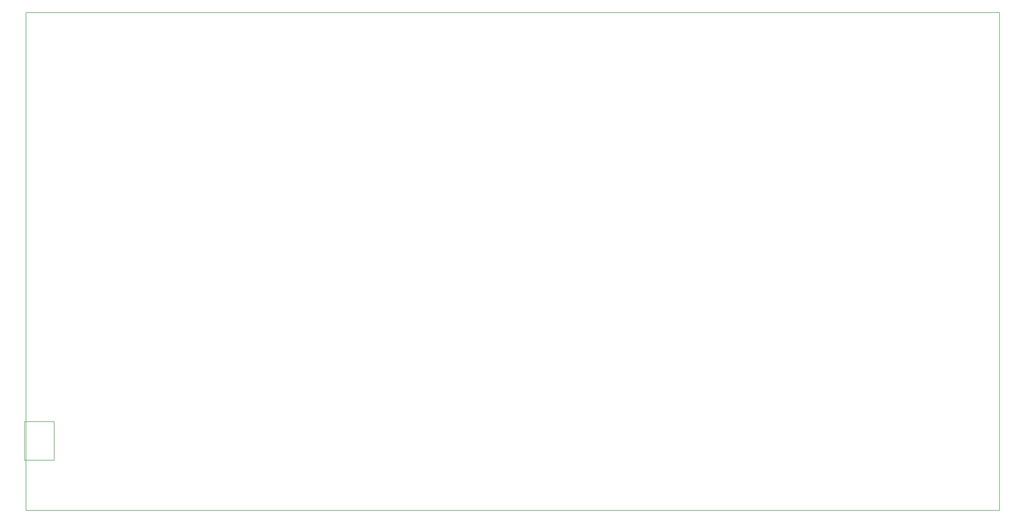
<source format=gbr>
G04 DipTrace 3.3.1.3*
G04 BoardOutline.gbr*
%MOIN*%
G04 #@! TF.FileFunction,Profile*
G04 #@! TF.Part,Single*
%ADD11C,0.005512*%
%FSLAX26Y26*%
G04*
G70*
G90*
G75*
G01*
G04 BoardOutline*
%LPD*%
X393701Y7106299D2*
D11*
X13503937D1*
Y393701D1*
X393701D1*
Y7106299D1*
X374016Y1590551D2*
X774016D1*
Y1070866D1*
X374016D1*
Y1590551D1*
M02*

</source>
